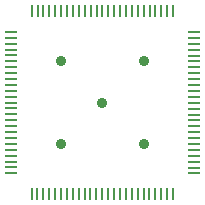
<source format=gbl>
G04 (created by PCBNEW-RS274X (2012-01-19 BZR 3256)-stable) date 21/01/2013 18:38:03*
G01*
G70*
G90*
%MOIN*%
G04 Gerber Fmt 3.4, Leading zero omitted, Abs format*
%FSLAX34Y34*%
G04 APERTURE LIST*
%ADD10C,0.006000*%
%ADD11R,0.010000X0.040000*%
%ADD12R,0.040000X0.010000*%
%ADD13C,0.035000*%
G04 APERTURE END LIST*
G54D10*
G54D11*
X56360Y-47950D03*
X51640Y-47950D03*
X51840Y-47950D03*
X52030Y-47950D03*
X52230Y-47950D03*
X52430Y-47950D03*
X52620Y-47950D03*
X52820Y-47950D03*
X53020Y-47950D03*
X53210Y-47950D03*
X53410Y-47950D03*
X53610Y-47950D03*
X53810Y-47950D03*
X54000Y-47950D03*
X54200Y-47950D03*
X54400Y-47950D03*
X54590Y-47950D03*
X54790Y-47950D03*
X54990Y-47950D03*
X55180Y-47950D03*
X55380Y-47950D03*
X55580Y-47950D03*
X55770Y-47950D03*
X55970Y-47950D03*
X56170Y-47950D03*
G54D12*
X50950Y-48640D03*
X50950Y-53360D03*
X50950Y-53160D03*
X50950Y-52970D03*
X50950Y-52770D03*
X50950Y-52570D03*
X50950Y-52380D03*
X50950Y-52180D03*
X50950Y-51980D03*
X50950Y-51790D03*
X50950Y-51590D03*
X50950Y-51390D03*
X50950Y-51190D03*
X50950Y-51000D03*
X50950Y-50800D03*
X50950Y-50600D03*
X50950Y-50410D03*
X50950Y-50210D03*
X50950Y-50010D03*
X50950Y-49820D03*
X50950Y-49620D03*
X50950Y-49420D03*
X50950Y-49230D03*
X50950Y-49030D03*
X50950Y-48830D03*
X57050Y-48640D03*
X57050Y-48840D03*
X57050Y-49030D03*
X57050Y-49230D03*
X57050Y-49430D03*
X57050Y-49620D03*
X57050Y-49820D03*
X57050Y-50020D03*
X57050Y-50210D03*
X57050Y-50410D03*
X57050Y-50610D03*
X57050Y-50810D03*
X57050Y-51000D03*
X57050Y-51200D03*
X57050Y-51400D03*
X57050Y-51590D03*
X57050Y-51790D03*
X57050Y-51990D03*
X57050Y-52180D03*
X57050Y-52380D03*
X57050Y-52580D03*
X57050Y-52770D03*
X57050Y-52970D03*
X57050Y-53170D03*
X57050Y-53360D03*
G54D11*
X56360Y-54050D03*
X56160Y-54050D03*
X55970Y-54050D03*
X55770Y-54050D03*
X55570Y-54050D03*
X55380Y-54050D03*
X55180Y-54050D03*
X54980Y-54050D03*
X54790Y-54050D03*
X54590Y-54050D03*
X54390Y-54050D03*
X54190Y-54050D03*
X54000Y-54050D03*
X53800Y-54050D03*
X53600Y-54050D03*
X53410Y-54050D03*
X53210Y-54050D03*
X53010Y-54050D03*
X52820Y-54050D03*
X52620Y-54050D03*
X52420Y-54050D03*
X52230Y-54050D03*
X52030Y-54050D03*
X51830Y-54050D03*
X51640Y-54050D03*
G54D13*
X52622Y-49622D03*
X52622Y-52378D03*
X55378Y-52378D03*
X55378Y-49622D03*
X54000Y-51000D03*
M02*

</source>
